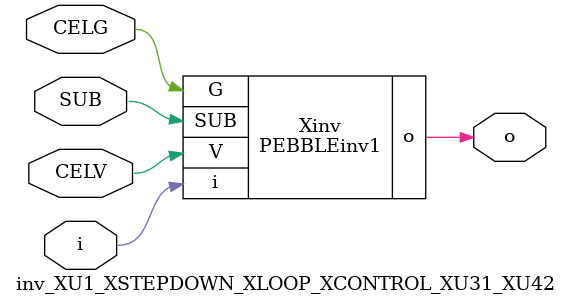
<source format=v>



module PEBBLEinv1 ( o, G, SUB, V, i );

  input V;
  input i;
  input G;
  output o;
  input SUB;
endmodule

//Celera Confidential Do Not Copy inv_XU1_XSTEPDOWN_XLOOP_XCONTROL_XU31_XU42
//Celera Confidential Symbol Generator
//5V Inverter
module inv_XU1_XSTEPDOWN_XLOOP_XCONTROL_XU31_XU42 (CELV,CELG,i,o,SUB);
input CELV;
input CELG;
input i;
input SUB;
output o;

//Celera Confidential Do Not Copy inv
PEBBLEinv1 Xinv(
.V (CELV),
.i (i),
.o (o),
.SUB (SUB),
.G (CELG)
);
//,diesize,PEBBLEinv1

//Celera Confidential Do Not Copy Module End
//Celera Schematic Generator
endmodule

</source>
